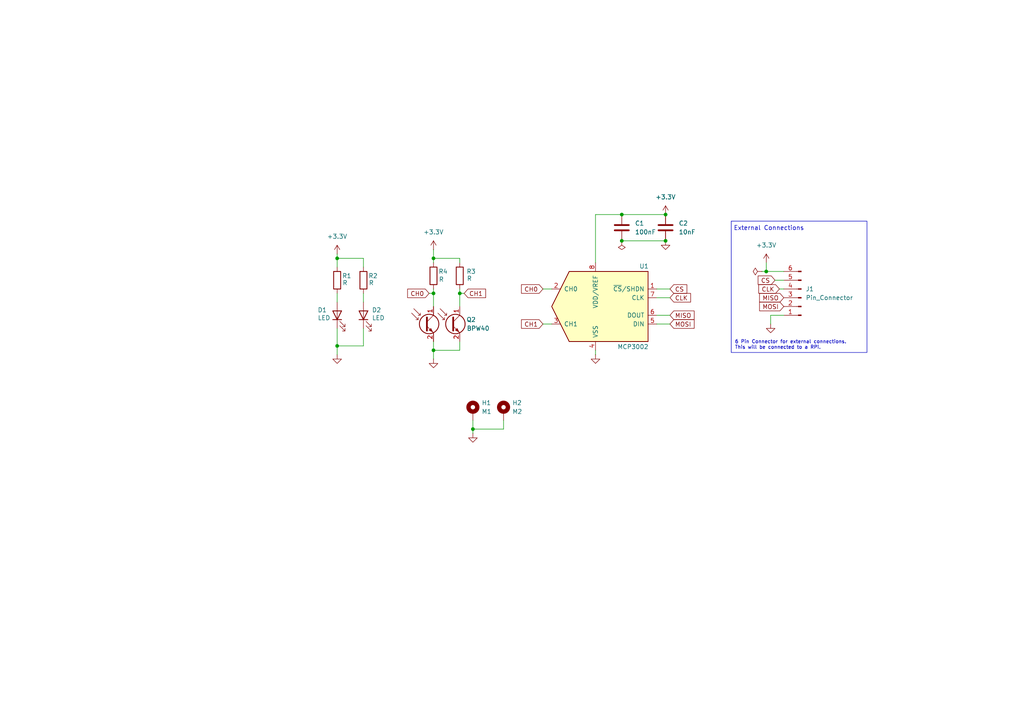
<source format=kicad_sch>
(kicad_sch
	(version 20231120)
	(generator "eeschema")
	(generator_version "8.0")
	(uuid "ee4bb141-42cd-4f29-afe2-345915c99666")
	(paper "A4")
	(lib_symbols
		(symbol "Analog_ADC:MCP3002"
			(pin_names
				(offset 1.016)
			)
			(exclude_from_sim no)
			(in_bom yes)
			(on_board yes)
			(property "Reference" "U"
				(at -6.35 11.43 0)
				(effects
					(font
						(size 1.27 1.27)
					)
				)
			)
			(property "Value" "MCP3002"
				(at 11.43 11.43 0)
				(effects
					(font
						(size 1.27 1.27)
					)
				)
			)
			(property "Footprint" ""
				(at 0 -2.54 0)
				(effects
					(font
						(size 1.27 1.27)
					)
					(hide yes)
				)
			)
			(property "Datasheet" "http://ww1.microchip.com/downloads/en/DeviceDoc/21294E.pdf"
				(at 0 5.08 0)
				(effects
					(font
						(size 1.27 1.27)
					)
					(hide yes)
				)
			)
			(property "Description" "Dual Channel 10-Bit A/D Converter with SPI Serial Interface"
				(at 0 0 0)
				(effects
					(font
						(size 1.27 1.27)
					)
					(hide yes)
				)
			)
			(property "ki_keywords" "Dual Channel 10-Bit ADC SPI 2CH"
				(at 0 0 0)
				(effects
					(font
						(size 1.27 1.27)
					)
					(hide yes)
				)
			)
			(property "ki_fp_filters" "DIP*W7.62mm** SOIC*3.9x4.9mm*P1.27mm* TSSOP*3x3mm*P0.65mm* MSOP*3x3mm*P0.65mm*"
				(at 0 0 0)
				(effects
					(font
						(size 1.27 1.27)
					)
					(hide yes)
				)
			)
			(symbol "MCP3002_0_1"
				(polyline
					(pts
						(xy 15.24 10.16) (xy -7.62 10.16) (xy -12.7 0) (xy -7.62 -10.16) (xy 15.24 -10.16) (xy 15.24 10.16)
					)
					(stroke
						(width 0.254)
						(type default)
					)
					(fill
						(type background)
					)
				)
			)
			(symbol "MCP3002_1_1"
				(pin input line
					(at 17.78 5.08 180)
					(length 2.54)
					(name "~{CS}/SHDN"
						(effects
							(font
								(size 1.27 1.27)
							)
						)
					)
					(number "1"
						(effects
							(font
								(size 1.27 1.27)
							)
						)
					)
				)
				(pin passive line
					(at -12.7 5.08 0)
					(length 2.54)
					(name "CH0"
						(effects
							(font
								(size 1.27 1.27)
							)
						)
					)
					(number "2"
						(effects
							(font
								(size 1.27 1.27)
							)
						)
					)
				)
				(pin passive line
					(at -12.7 -5.08 0)
					(length 2.54)
					(name "CH1"
						(effects
							(font
								(size 1.27 1.27)
							)
						)
					)
					(number "3"
						(effects
							(font
								(size 1.27 1.27)
							)
						)
					)
				)
				(pin power_in line
					(at 0 -12.7 90)
					(length 2.54)
					(name "VSS"
						(effects
							(font
								(size 1.27 1.27)
							)
						)
					)
					(number "4"
						(effects
							(font
								(size 1.27 1.27)
							)
						)
					)
				)
				(pin input line
					(at 17.78 -5.08 180)
					(length 2.54)
					(name "DIN"
						(effects
							(font
								(size 1.27 1.27)
							)
						)
					)
					(number "5"
						(effects
							(font
								(size 1.27 1.27)
							)
						)
					)
				)
				(pin output line
					(at 17.78 -2.54 180)
					(length 2.54)
					(name "DOUT"
						(effects
							(font
								(size 1.27 1.27)
							)
						)
					)
					(number "6"
						(effects
							(font
								(size 1.27 1.27)
							)
						)
					)
				)
				(pin input line
					(at 17.78 2.54 180)
					(length 2.54)
					(name "CLK"
						(effects
							(font
								(size 1.27 1.27)
							)
						)
					)
					(number "7"
						(effects
							(font
								(size 1.27 1.27)
							)
						)
					)
				)
				(pin power_in line
					(at 0 12.7 270)
					(length 2.54)
					(name "VDD/VREF"
						(effects
							(font
								(size 1.27 1.27)
							)
						)
					)
					(number "8"
						(effects
							(font
								(size 1.27 1.27)
							)
						)
					)
				)
			)
		)
		(symbol "Connector:Conn_01x06_Pin"
			(pin_names
				(offset 1.016) hide)
			(exclude_from_sim no)
			(in_bom yes)
			(on_board yes)
			(property "Reference" "J"
				(at 0 7.62 0)
				(effects
					(font
						(size 1.27 1.27)
					)
				)
			)
			(property "Value" "Conn_01x06_Pin"
				(at 0 -10.16 0)
				(effects
					(font
						(size 1.27 1.27)
					)
				)
			)
			(property "Footprint" ""
				(at 0 0 0)
				(effects
					(font
						(size 1.27 1.27)
					)
					(hide yes)
				)
			)
			(property "Datasheet" "~"
				(at 0 0 0)
				(effects
					(font
						(size 1.27 1.27)
					)
					(hide yes)
				)
			)
			(property "Description" "Generic connector, single row, 01x06, script generated"
				(at 0 0 0)
				(effects
					(font
						(size 1.27 1.27)
					)
					(hide yes)
				)
			)
			(property "ki_locked" ""
				(at 0 0 0)
				(effects
					(font
						(size 1.27 1.27)
					)
				)
			)
			(property "ki_keywords" "connector"
				(at 0 0 0)
				(effects
					(font
						(size 1.27 1.27)
					)
					(hide yes)
				)
			)
			(property "ki_fp_filters" "Connector*:*_1x??_*"
				(at 0 0 0)
				(effects
					(font
						(size 1.27 1.27)
					)
					(hide yes)
				)
			)
			(symbol "Conn_01x06_Pin_1_1"
				(polyline
					(pts
						(xy 1.27 -7.62) (xy 0.8636 -7.62)
					)
					(stroke
						(width 0.1524)
						(type default)
					)
					(fill
						(type none)
					)
				)
				(polyline
					(pts
						(xy 1.27 -5.08) (xy 0.8636 -5.08)
					)
					(stroke
						(width 0.1524)
						(type default)
					)
					(fill
						(type none)
					)
				)
				(polyline
					(pts
						(xy 1.27 -2.54) (xy 0.8636 -2.54)
					)
					(stroke
						(width 0.1524)
						(type default)
					)
					(fill
						(type none)
					)
				)
				(polyline
					(pts
						(xy 1.27 0) (xy 0.8636 0)
					)
					(stroke
						(width 0.1524)
						(type default)
					)
					(fill
						(type none)
					)
				)
				(polyline
					(pts
						(xy 1.27 2.54) (xy 0.8636 2.54)
					)
					(stroke
						(width 0.1524)
						(type default)
					)
					(fill
						(type none)
					)
				)
				(polyline
					(pts
						(xy 1.27 5.08) (xy 0.8636 5.08)
					)
					(stroke
						(width 0.1524)
						(type default)
					)
					(fill
						(type none)
					)
				)
				(rectangle
					(start 0.8636 -7.493)
					(end 0 -7.747)
					(stroke
						(width 0.1524)
						(type default)
					)
					(fill
						(type outline)
					)
				)
				(rectangle
					(start 0.8636 -4.953)
					(end 0 -5.207)
					(stroke
						(width 0.1524)
						(type default)
					)
					(fill
						(type outline)
					)
				)
				(rectangle
					(start 0.8636 -2.413)
					(end 0 -2.667)
					(stroke
						(width 0.1524)
						(type default)
					)
					(fill
						(type outline)
					)
				)
				(rectangle
					(start 0.8636 0.127)
					(end 0 -0.127)
					(stroke
						(width 0.1524)
						(type default)
					)
					(fill
						(type outline)
					)
				)
				(rectangle
					(start 0.8636 2.667)
					(end 0 2.413)
					(stroke
						(width 0.1524)
						(type default)
					)
					(fill
						(type outline)
					)
				)
				(rectangle
					(start 0.8636 5.207)
					(end 0 4.953)
					(stroke
						(width 0.1524)
						(type default)
					)
					(fill
						(type outline)
					)
				)
				(pin passive line
					(at 5.08 5.08 180)
					(length 3.81)
					(name "Pin_1"
						(effects
							(font
								(size 1.27 1.27)
							)
						)
					)
					(number "1"
						(effects
							(font
								(size 1.27 1.27)
							)
						)
					)
				)
				(pin passive line
					(at 5.08 2.54 180)
					(length 3.81)
					(name "Pin_2"
						(effects
							(font
								(size 1.27 1.27)
							)
						)
					)
					(number "2"
						(effects
							(font
								(size 1.27 1.27)
							)
						)
					)
				)
				(pin passive line
					(at 5.08 0 180)
					(length 3.81)
					(name "Pin_3"
						(effects
							(font
								(size 1.27 1.27)
							)
						)
					)
					(number "3"
						(effects
							(font
								(size 1.27 1.27)
							)
						)
					)
				)
				(pin passive line
					(at 5.08 -2.54 180)
					(length 3.81)
					(name "Pin_4"
						(effects
							(font
								(size 1.27 1.27)
							)
						)
					)
					(number "4"
						(effects
							(font
								(size 1.27 1.27)
							)
						)
					)
				)
				(pin passive line
					(at 5.08 -5.08 180)
					(length 3.81)
					(name "Pin_5"
						(effects
							(font
								(size 1.27 1.27)
							)
						)
					)
					(number "5"
						(effects
							(font
								(size 1.27 1.27)
							)
						)
					)
				)
				(pin passive line
					(at 5.08 -7.62 180)
					(length 3.81)
					(name "Pin_6"
						(effects
							(font
								(size 1.27 1.27)
							)
						)
					)
					(number "6"
						(effects
							(font
								(size 1.27 1.27)
							)
						)
					)
				)
			)
		)
		(symbol "Device:C"
			(pin_numbers hide)
			(pin_names
				(offset 0.254)
			)
			(exclude_from_sim no)
			(in_bom yes)
			(on_board yes)
			(property "Reference" "C"
				(at 0.635 2.54 0)
				(effects
					(font
						(size 1.27 1.27)
					)
					(justify left)
				)
			)
			(property "Value" "C"
				(at 0.635 -2.54 0)
				(effects
					(font
						(size 1.27 1.27)
					)
					(justify left)
				)
			)
			(property "Footprint" ""
				(at 0.9652 -3.81 0)
				(effects
					(font
						(size 1.27 1.27)
					)
					(hide yes)
				)
			)
			(property "Datasheet" "~"
				(at 0 0 0)
				(effects
					(font
						(size 1.27 1.27)
					)
					(hide yes)
				)
			)
			(property "Description" "Unpolarized capacitor"
				(at 0 0 0)
				(effects
					(font
						(size 1.27 1.27)
					)
					(hide yes)
				)
			)
			(property "ki_keywords" "cap capacitor"
				(at 0 0 0)
				(effects
					(font
						(size 1.27 1.27)
					)
					(hide yes)
				)
			)
			(property "ki_fp_filters" "C_*"
				(at 0 0 0)
				(effects
					(font
						(size 1.27 1.27)
					)
					(hide yes)
				)
			)
			(symbol "C_0_1"
				(polyline
					(pts
						(xy -2.032 -0.762) (xy 2.032 -0.762)
					)
					(stroke
						(width 0.508)
						(type default)
					)
					(fill
						(type none)
					)
				)
				(polyline
					(pts
						(xy -2.032 0.762) (xy 2.032 0.762)
					)
					(stroke
						(width 0.508)
						(type default)
					)
					(fill
						(type none)
					)
				)
			)
			(symbol "C_1_1"
				(pin passive line
					(at 0 3.81 270)
					(length 2.794)
					(name "~"
						(effects
							(font
								(size 1.27 1.27)
							)
						)
					)
					(number "1"
						(effects
							(font
								(size 1.27 1.27)
							)
						)
					)
				)
				(pin passive line
					(at 0 -3.81 90)
					(length 2.794)
					(name "~"
						(effects
							(font
								(size 1.27 1.27)
							)
						)
					)
					(number "2"
						(effects
							(font
								(size 1.27 1.27)
							)
						)
					)
				)
			)
		)
		(symbol "Device:LED"
			(pin_numbers hide)
			(pin_names
				(offset 1.016) hide)
			(exclude_from_sim no)
			(in_bom yes)
			(on_board yes)
			(property "Reference" "D"
				(at 0 2.54 0)
				(effects
					(font
						(size 1.27 1.27)
					)
				)
			)
			(property "Value" "LED"
				(at 0 -2.54 0)
				(effects
					(font
						(size 1.27 1.27)
					)
				)
			)
			(property "Footprint" ""
				(at 0 0 0)
				(effects
					(font
						(size 1.27 1.27)
					)
					(hide yes)
				)
			)
			(property "Datasheet" "~"
				(at 0 0 0)
				(effects
					(font
						(size 1.27 1.27)
					)
					(hide yes)
				)
			)
			(property "Description" "Light emitting diode"
				(at 0 0 0)
				(effects
					(font
						(size 1.27 1.27)
					)
					(hide yes)
				)
			)
			(property "ki_keywords" "LED diode"
				(at 0 0 0)
				(effects
					(font
						(size 1.27 1.27)
					)
					(hide yes)
				)
			)
			(property "ki_fp_filters" "LED* LED_SMD:* LED_THT:*"
				(at 0 0 0)
				(effects
					(font
						(size 1.27 1.27)
					)
					(hide yes)
				)
			)
			(symbol "LED_0_1"
				(polyline
					(pts
						(xy -1.27 -1.27) (xy -1.27 1.27)
					)
					(stroke
						(width 0.254)
						(type default)
					)
					(fill
						(type none)
					)
				)
				(polyline
					(pts
						(xy -1.27 0) (xy 1.27 0)
					)
					(stroke
						(width 0)
						(type default)
					)
					(fill
						(type none)
					)
				)
				(polyline
					(pts
						(xy 1.27 -1.27) (xy 1.27 1.27) (xy -1.27 0) (xy 1.27 -1.27)
					)
					(stroke
						(width 0.254)
						(type default)
					)
					(fill
						(type none)
					)
				)
				(polyline
					(pts
						(xy -3.048 -0.762) (xy -4.572 -2.286) (xy -3.81 -2.286) (xy -4.572 -2.286) (xy -4.572 -1.524)
					)
					(stroke
						(width 0)
						(type default)
					)
					(fill
						(type none)
					)
				)
				(polyline
					(pts
						(xy -1.778 -0.762) (xy -3.302 -2.286) (xy -2.54 -2.286) (xy -3.302 -2.286) (xy -3.302 -1.524)
					)
					(stroke
						(width 0)
						(type default)
					)
					(fill
						(type none)
					)
				)
			)
			(symbol "LED_1_1"
				(pin passive line
					(at -3.81 0 0)
					(length 2.54)
					(name "K"
						(effects
							(font
								(size 1.27 1.27)
							)
						)
					)
					(number "1"
						(effects
							(font
								(size 1.27 1.27)
							)
						)
					)
				)
				(pin passive line
					(at 3.81 0 180)
					(length 2.54)
					(name "A"
						(effects
							(font
								(size 1.27 1.27)
							)
						)
					)
					(number "2"
						(effects
							(font
								(size 1.27 1.27)
							)
						)
					)
				)
			)
		)
		(symbol "Device:R"
			(pin_numbers hide)
			(pin_names
				(offset 0)
			)
			(exclude_from_sim no)
			(in_bom yes)
			(on_board yes)
			(property "Reference" "R"
				(at 2.032 0 90)
				(effects
					(font
						(size 1.27 1.27)
					)
				)
			)
			(property "Value" "R"
				(at 0 0 90)
				(effects
					(font
						(size 1.27 1.27)
					)
				)
			)
			(property "Footprint" ""
				(at -1.778 0 90)
				(effects
					(font
						(size 1.27 1.27)
					)
					(hide yes)
				)
			)
			(property "Datasheet" "~"
				(at 0 0 0)
				(effects
					(font
						(size 1.27 1.27)
					)
					(hide yes)
				)
			)
			(property "Description" "Resistor"
				(at 0 0 0)
				(effects
					(font
						(size 1.27 1.27)
					)
					(hide yes)
				)
			)
			(property "ki_keywords" "R res resistor"
				(at 0 0 0)
				(effects
					(font
						(size 1.27 1.27)
					)
					(hide yes)
				)
			)
			(property "ki_fp_filters" "R_*"
				(at 0 0 0)
				(effects
					(font
						(size 1.27 1.27)
					)
					(hide yes)
				)
			)
			(symbol "R_0_1"
				(rectangle
					(start -1.016 -2.54)
					(end 1.016 2.54)
					(stroke
						(width 0.254)
						(type default)
					)
					(fill
						(type none)
					)
				)
			)
			(symbol "R_1_1"
				(pin passive line
					(at 0 3.81 270)
					(length 1.27)
					(name "~"
						(effects
							(font
								(size 1.27 1.27)
							)
						)
					)
					(number "1"
						(effects
							(font
								(size 1.27 1.27)
							)
						)
					)
				)
				(pin passive line
					(at 0 -3.81 90)
					(length 1.27)
					(name "~"
						(effects
							(font
								(size 1.27 1.27)
							)
						)
					)
					(number "2"
						(effects
							(font
								(size 1.27 1.27)
							)
						)
					)
				)
			)
		)
		(symbol "Mechanical:MountingHole_Pad"
			(pin_numbers hide)
			(pin_names
				(offset 1.016) hide)
			(exclude_from_sim yes)
			(in_bom no)
			(on_board yes)
			(property "Reference" "H"
				(at 0 6.35 0)
				(effects
					(font
						(size 1.27 1.27)
					)
				)
			)
			(property "Value" "MountingHole_Pad"
				(at 0 4.445 0)
				(effects
					(font
						(size 1.27 1.27)
					)
				)
			)
			(property "Footprint" ""
				(at 0 0 0)
				(effects
					(font
						(size 1.27 1.27)
					)
					(hide yes)
				)
			)
			(property "Datasheet" "~"
				(at 0 0 0)
				(effects
					(font
						(size 1.27 1.27)
					)
					(hide yes)
				)
			)
			(property "Description" "Mounting Hole with connection"
				(at 0 0 0)
				(effects
					(font
						(size 1.27 1.27)
					)
					(hide yes)
				)
			)
			(property "ki_keywords" "mounting hole"
				(at 0 0 0)
				(effects
					(font
						(size 1.27 1.27)
					)
					(hide yes)
				)
			)
			(property "ki_fp_filters" "MountingHole*Pad*"
				(at 0 0 0)
				(effects
					(font
						(size 1.27 1.27)
					)
					(hide yes)
				)
			)
			(symbol "MountingHole_Pad_0_1"
				(circle
					(center 0 1.27)
					(radius 1.27)
					(stroke
						(width 1.27)
						(type default)
					)
					(fill
						(type none)
					)
				)
			)
			(symbol "MountingHole_Pad_1_1"
				(pin input line
					(at 0 -2.54 90)
					(length 2.54)
					(name "1"
						(effects
							(font
								(size 1.27 1.27)
							)
						)
					)
					(number "1"
						(effects
							(font
								(size 1.27 1.27)
							)
						)
					)
				)
			)
		)
		(symbol "Sensor_Optical:BPW40"
			(pin_names
				(offset 0) hide)
			(exclude_from_sim no)
			(in_bom yes)
			(on_board yes)
			(property "Reference" "Q"
				(at 5.08 1.27 0)
				(effects
					(font
						(size 1.27 1.27)
					)
					(justify left)
				)
			)
			(property "Value" "BPW40"
				(at 5.08 -1.27 0)
				(effects
					(font
						(size 1.27 1.27)
					)
					(justify left)
				)
			)
			(property "Footprint" "LED_THT:LED_D5.0mm_Clear"
				(at 12.192 -3.556 0)
				(effects
					(font
						(size 1.27 1.27)
					)
					(hide yes)
				)
			)
			(property "Datasheet" "https://www.rcscomponents.kiev.ua/datasheets/bpw40.pdf"
				(at 0 0 0)
				(effects
					(font
						(size 1.27 1.27)
					)
					(hide yes)
				)
			)
			(property "Description" "Phototransistor NPN"
				(at 0 0 0)
				(effects
					(font
						(size 1.27 1.27)
					)
					(hide yes)
				)
			)
			(property "ki_keywords" "npn phototransistor"
				(at 0 0 0)
				(effects
					(font
						(size 1.27 1.27)
					)
					(hide yes)
				)
			)
			(property "ki_fp_filters" "LED*D5.0mm*Clear*"
				(at 0 0 0)
				(effects
					(font
						(size 1.27 1.27)
					)
					(hide yes)
				)
			)
			(symbol "BPW40_0_1"
				(polyline
					(pts
						(xy -1.905 1.27) (xy -2.54 1.27)
					)
					(stroke
						(width 0)
						(type default)
					)
					(fill
						(type none)
					)
				)
				(polyline
					(pts
						(xy -1.27 2.54) (xy -1.905 2.54)
					)
					(stroke
						(width 0)
						(type default)
					)
					(fill
						(type none)
					)
				)
				(polyline
					(pts
						(xy 0.635 0.635) (xy 2.54 2.54)
					)
					(stroke
						(width 0)
						(type default)
					)
					(fill
						(type none)
					)
				)
				(polyline
					(pts
						(xy -3.81 3.175) (xy -1.905 1.27) (xy -1.905 1.905)
					)
					(stroke
						(width 0)
						(type default)
					)
					(fill
						(type none)
					)
				)
				(polyline
					(pts
						(xy -3.175 4.445) (xy -1.27 2.54) (xy -1.27 3.175)
					)
					(stroke
						(width 0)
						(type default)
					)
					(fill
						(type none)
					)
				)
				(polyline
					(pts
						(xy 0.635 -0.635) (xy 2.54 -2.54) (xy 2.54 -2.54)
					)
					(stroke
						(width 0)
						(type default)
					)
					(fill
						(type none)
					)
				)
				(polyline
					(pts
						(xy 0.635 1.905) (xy 0.635 -1.905) (xy 0.635 -1.905)
					)
					(stroke
						(width 0.508)
						(type default)
					)
					(fill
						(type none)
					)
				)
				(polyline
					(pts
						(xy 1.27 -1.778) (xy 1.778 -1.27) (xy 2.286 -2.286) (xy 1.27 -1.778) (xy 1.27 -1.778)
					)
					(stroke
						(width 0)
						(type default)
					)
					(fill
						(type outline)
					)
				)
				(circle
					(center 1.27 0)
					(radius 2.8194)
					(stroke
						(width 0.254)
						(type default)
					)
					(fill
						(type none)
					)
				)
			)
			(symbol "BPW40_1_1"
				(pin passive line
					(at 2.54 5.08 270)
					(length 2.54)
					(name "C"
						(effects
							(font
								(size 1.27 1.27)
							)
						)
					)
					(number "1"
						(effects
							(font
								(size 1.27 1.27)
							)
						)
					)
				)
				(pin passive line
					(at 2.54 -5.08 90)
					(length 2.54)
					(name "E"
						(effects
							(font
								(size 1.27 1.27)
							)
						)
					)
					(number "2"
						(effects
							(font
								(size 1.27 1.27)
							)
						)
					)
				)
			)
		)
		(symbol "power:+3.3V"
			(power)
			(pin_numbers hide)
			(pin_names
				(offset 0) hide)
			(exclude_from_sim no)
			(in_bom yes)
			(on_board yes)
			(property "Reference" "#PWR"
				(at 0 -3.81 0)
				(effects
					(font
						(size 1.27 1.27)
					)
					(hide yes)
				)
			)
			(property "Value" "+3.3V"
				(at 0 3.556 0)
				(effects
					(font
						(size 1.27 1.27)
					)
				)
			)
			(property "Footprint" ""
				(at 0 0 0)
				(effects
					(font
						(size 1.27 1.27)
					)
					(hide yes)
				)
			)
			(property "Datasheet" ""
				(at 0 0 0)
				(effects
					(font
						(size 1.27 1.27)
					)
					(hide yes)
				)
			)
			(property "Description" "Power symbol creates a global label with name \"+3.3V\""
				(at 0 0 0)
				(effects
					(font
						(size 1.27 1.27)
					)
					(hide yes)
				)
			)
			(property "ki_keywords" "global power"
				(at 0 0 0)
				(effects
					(font
						(size 1.27 1.27)
					)
					(hide yes)
				)
			)
			(symbol "+3.3V_0_1"
				(polyline
					(pts
						(xy -0.762 1.27) (xy 0 2.54)
					)
					(stroke
						(width 0)
						(type default)
					)
					(fill
						(type none)
					)
				)
				(polyline
					(pts
						(xy 0 0) (xy 0 2.54)
					)
					(stroke
						(width 0)
						(type default)
					)
					(fill
						(type none)
					)
				)
				(polyline
					(pts
						(xy 0 2.54) (xy 0.762 1.27)
					)
					(stroke
						(width 0)
						(type default)
					)
					(fill
						(type none)
					)
				)
			)
			(symbol "+3.3V_1_1"
				(pin power_in line
					(at 0 0 90)
					(length 0)
					(name "~"
						(effects
							(font
								(size 1.27 1.27)
							)
						)
					)
					(number "1"
						(effects
							(font
								(size 1.27 1.27)
							)
						)
					)
				)
			)
		)
		(symbol "power:GND"
			(power)
			(pin_numbers hide)
			(pin_names
				(offset 0) hide)
			(exclude_from_sim no)
			(in_bom yes)
			(on_board yes)
			(property "Reference" "#PWR"
				(at 0 -6.35 0)
				(effects
					(font
						(size 1.27 1.27)
					)
					(hide yes)
				)
			)
			(property "Value" "GND"
				(at 0 -3.81 0)
				(effects
					(font
						(size 1.27 1.27)
					)
				)
			)
			(property "Footprint" ""
				(at 0 0 0)
				(effects
					(font
						(size 1.27 1.27)
					)
					(hide yes)
				)
			)
			(property "Datasheet" ""
				(at 0 0 0)
				(effects
					(font
						(size 1.27 1.27)
					)
					(hide yes)
				)
			)
			(property "Description" "Power symbol creates a global label with name \"GND\" , ground"
				(at 0 0 0)
				(effects
					(font
						(size 1.27 1.27)
					)
					(hide yes)
				)
			)
			(property "ki_keywords" "global power"
				(at 0 0 0)
				(effects
					(font
						(size 1.27 1.27)
					)
					(hide yes)
				)
			)
			(symbol "GND_0_1"
				(polyline
					(pts
						(xy 0 0) (xy 0 -1.27) (xy 1.27 -1.27) (xy 0 -2.54) (xy -1.27 -1.27) (xy 0 -1.27)
					)
					(stroke
						(width 0)
						(type default)
					)
					(fill
						(type none)
					)
				)
			)
			(symbol "GND_1_1"
				(pin power_in line
					(at 0 0 270)
					(length 0)
					(name "~"
						(effects
							(font
								(size 1.27 1.27)
							)
						)
					)
					(number "1"
						(effects
							(font
								(size 1.27 1.27)
							)
						)
					)
				)
			)
		)
		(symbol "power:PWR_FLAG"
			(power)
			(pin_numbers hide)
			(pin_names
				(offset 0) hide)
			(exclude_from_sim no)
			(in_bom yes)
			(on_board yes)
			(property "Reference" "#FLG"
				(at 0 1.905 0)
				(effects
					(font
						(size 1.27 1.27)
					)
					(hide yes)
				)
			)
			(property "Value" "PWR_FLAG"
				(at 0 3.81 0)
				(effects
					(font
						(size 1.27 1.27)
					)
				)
			)
			(property "Footprint" ""
				(at 0 0 0)
				(effects
					(font
						(size 1.27 1.27)
					)
					(hide yes)
				)
			)
			(property "Datasheet" "~"
				(at 0 0 0)
				(effects
					(font
						(size 1.27 1.27)
					)
					(hide yes)
				)
			)
			(property "Description" "Special symbol for telling ERC where power comes from"
				(at 0 0 0)
				(effects
					(font
						(size 1.27 1.27)
					)
					(hide yes)
				)
			)
			(property "ki_keywords" "flag power"
				(at 0 0 0)
				(effects
					(font
						(size 1.27 1.27)
					)
					(hide yes)
				)
			)
			(symbol "PWR_FLAG_0_0"
				(pin power_out line
					(at 0 0 90)
					(length 0)
					(name "~"
						(effects
							(font
								(size 1.27 1.27)
							)
						)
					)
					(number "1"
						(effects
							(font
								(size 1.27 1.27)
							)
						)
					)
				)
			)
			(symbol "PWR_FLAG_0_1"
				(polyline
					(pts
						(xy 0 0) (xy 0 1.27) (xy -1.016 1.905) (xy 0 2.54) (xy 1.016 1.905) (xy 0 1.27)
					)
					(stroke
						(width 0)
						(type default)
					)
					(fill
						(type none)
					)
				)
			)
		)
	)
	(junction
		(at 97.79 74.93)
		(diameter 0)
		(color 0 0 0 0)
		(uuid "014c599d-2121-443a-9159-bc8e725ed2cf")
	)
	(junction
		(at 193.04 62.23)
		(diameter 0)
		(color 0 0 0 0)
		(uuid "029a22ed-d463-4c9d-b92f-2bd809e64dd2")
	)
	(junction
		(at 222.25 78.74)
		(diameter 0)
		(color 0 0 0 0)
		(uuid "044e2936-b5b9-4f19-9dcc-b4a962b434d8")
	)
	(junction
		(at 125.73 85.09)
		(diameter 0)
		(color 0 0 0 0)
		(uuid "1085c01f-d083-401d-bb03-3352f95b1782")
	)
	(junction
		(at 137.16 124.46)
		(diameter 0)
		(color 0 0 0 0)
		(uuid "2b4295f2-f9cf-40c7-ba61-eeb1c98937d8")
	)
	(junction
		(at 180.34 62.23)
		(diameter 0)
		(color 0 0 0 0)
		(uuid "2ea18925-6a16-42df-b13a-a53ffaf54b73")
	)
	(junction
		(at 125.73 101.6)
		(diameter 0)
		(color 0 0 0 0)
		(uuid "6a390134-9e80-4972-b857-672213adc8b1")
	)
	(junction
		(at 133.35 85.09)
		(diameter 0)
		(color 0 0 0 0)
		(uuid "743b9d2b-a5e3-4581-825e-9bdfff3fbb27")
	)
	(junction
		(at 97.79 100.33)
		(diameter 0)
		(color 0 0 0 0)
		(uuid "e3c7dcd6-c066-4034-9d32-e3a7375e2e85")
	)
	(junction
		(at 125.73 74.93)
		(diameter 0)
		(color 0 0 0 0)
		(uuid "f18f1c29-d808-48d7-a046-5259bd2a572e")
	)
	(junction
		(at 193.04 69.85)
		(diameter 0)
		(color 0 0 0 0)
		(uuid "f4a1d9a3-5704-4dcc-910e-d8a582fb013e")
	)
	(junction
		(at 180.34 69.85)
		(diameter 0)
		(color 0 0 0 0)
		(uuid "f68c19d0-d82b-4879-a6e4-dc6fe079a53f")
	)
	(wire
		(pts
			(xy 146.05 121.92) (xy 146.05 124.46)
		)
		(stroke
			(width 0)
			(type default)
		)
		(uuid "016563b9-8552-447c-9c7d-a7a091a98261")
	)
	(wire
		(pts
			(xy 172.72 62.23) (xy 172.72 76.2)
		)
		(stroke
			(width 0)
			(type default)
		)
		(uuid "01db4043-979c-42de-ad7c-b1cd32714993")
	)
	(wire
		(pts
			(xy 105.41 100.33) (xy 97.79 100.33)
		)
		(stroke
			(width 0)
			(type default)
		)
		(uuid "09bb3790-e376-4131-9bf5-0acdb84269e2")
	)
	(wire
		(pts
			(xy 223.52 91.44) (xy 227.33 91.44)
		)
		(stroke
			(width 0)
			(type default)
		)
		(uuid "0aad9e8d-88f5-41df-88aa-1047aeca0d16")
	)
	(wire
		(pts
			(xy 133.35 76.2) (xy 133.35 74.93)
		)
		(stroke
			(width 0)
			(type default)
		)
		(uuid "0c778a60-916c-4e69-84e3-46f677e43876")
	)
	(wire
		(pts
			(xy 222.25 76.2) (xy 222.25 78.74)
		)
		(stroke
			(width 0)
			(type default)
		)
		(uuid "0c999e06-866e-4bb8-9b20-2571ca3a919e")
	)
	(wire
		(pts
			(xy 133.35 85.09) (xy 133.35 88.9)
		)
		(stroke
			(width 0)
			(type default)
		)
		(uuid "13ecd00a-21b5-442a-bd85-9861fa70ad92")
	)
	(wire
		(pts
			(xy 125.73 85.09) (xy 125.73 88.9)
		)
		(stroke
			(width 0)
			(type default)
		)
		(uuid "1624559b-30cd-4718-88c7-421690618e89")
	)
	(wire
		(pts
			(xy 133.35 74.93) (xy 125.73 74.93)
		)
		(stroke
			(width 0)
			(type default)
		)
		(uuid "173e640a-d268-4016-ba11-511650d4a425")
	)
	(wire
		(pts
			(xy 190.5 91.44) (xy 194.31 91.44)
		)
		(stroke
			(width 0)
			(type default)
		)
		(uuid "1ce231a9-4533-49c6-bd3e-fd5539df6763")
	)
	(wire
		(pts
			(xy 180.34 62.23) (xy 193.04 62.23)
		)
		(stroke
			(width 0)
			(type default)
		)
		(uuid "245d17b6-13a8-4c06-a14c-c05ca4490317")
	)
	(wire
		(pts
			(xy 133.35 83.82) (xy 133.35 85.09)
		)
		(stroke
			(width 0)
			(type default)
		)
		(uuid "2906bdc2-658a-4536-a21a-08c9f97fc635")
	)
	(wire
		(pts
			(xy 133.35 101.6) (xy 125.73 101.6)
		)
		(stroke
			(width 0)
			(type default)
		)
		(uuid "2c16bd25-84db-41d3-bdb2-342506e416cb")
	)
	(wire
		(pts
			(xy 105.41 77.47) (xy 105.41 74.93)
		)
		(stroke
			(width 0)
			(type default)
		)
		(uuid "2c2d6900-2d92-4077-9c17-4fc628354fd6")
	)
	(wire
		(pts
			(xy 125.73 101.6) (xy 125.73 104.14)
		)
		(stroke
			(width 0)
			(type default)
		)
		(uuid "375e3200-4095-4471-acd4-7b7a7eee5ec8")
	)
	(wire
		(pts
			(xy 157.48 83.82) (xy 160.02 83.82)
		)
		(stroke
			(width 0)
			(type default)
		)
		(uuid "41345fd6-7d65-48d2-97dd-566e66f8e479")
	)
	(wire
		(pts
			(xy 146.05 124.46) (xy 137.16 124.46)
		)
		(stroke
			(width 0)
			(type default)
		)
		(uuid "41689475-f3ff-4015-a84e-1689349b90a1")
	)
	(wire
		(pts
			(xy 172.72 62.23) (xy 180.34 62.23)
		)
		(stroke
			(width 0)
			(type default)
		)
		(uuid "4184f77e-2949-44da-a0c8-e7713c6ea3e2")
	)
	(wire
		(pts
			(xy 105.41 74.93) (xy 97.79 74.93)
		)
		(stroke
			(width 0)
			(type default)
		)
		(uuid "46f287ce-bd72-4e5c-9145-adcf6b4a2ad8")
	)
	(wire
		(pts
			(xy 172.72 101.6) (xy 172.72 102.87)
		)
		(stroke
			(width 0)
			(type default)
		)
		(uuid "4b0318e3-e08f-4293-9e7f-7a331e22f005")
	)
	(wire
		(pts
			(xy 190.5 83.82) (xy 194.31 83.82)
		)
		(stroke
			(width 0)
			(type default)
		)
		(uuid "53af08a0-80b0-4771-bcdd-4e71ec8eb5c4")
	)
	(wire
		(pts
			(xy 124.46 85.09) (xy 125.73 85.09)
		)
		(stroke
			(width 0)
			(type default)
		)
		(uuid "54e9f5df-3424-480b-936d-c218d72af709")
	)
	(wire
		(pts
			(xy 97.79 74.93) (xy 97.79 77.47)
		)
		(stroke
			(width 0)
			(type default)
		)
		(uuid "59aaa9d0-be34-4314-accd-1d59beefd6b9")
	)
	(wire
		(pts
			(xy 105.41 100.33) (xy 105.41 95.25)
		)
		(stroke
			(width 0)
			(type default)
		)
		(uuid "5af806a1-6025-4cb5-a211-f2fb75af9dbf")
	)
	(wire
		(pts
			(xy 125.73 101.6) (xy 125.73 99.06)
		)
		(stroke
			(width 0)
			(type default)
		)
		(uuid "5c853260-1a0e-45fb-b8d4-b30128d203ff")
	)
	(wire
		(pts
			(xy 97.79 100.33) (xy 97.79 102.87)
		)
		(stroke
			(width 0)
			(type default)
		)
		(uuid "63c5c2fb-dfc7-4ab2-ad62-5a78667ba534")
	)
	(wire
		(pts
			(xy 190.5 93.98) (xy 194.31 93.98)
		)
		(stroke
			(width 0)
			(type default)
		)
		(uuid "67c1c61b-d9b1-43d8-9645-8ccc6dcd5e5e")
	)
	(wire
		(pts
			(xy 220.98 78.74) (xy 222.25 78.74)
		)
		(stroke
			(width 0)
			(type default)
		)
		(uuid "73cb6ca3-5fef-42f9-8ee6-307d9ec18bd3")
	)
	(wire
		(pts
			(xy 180.34 69.85) (xy 193.04 69.85)
		)
		(stroke
			(width 0)
			(type default)
		)
		(uuid "796c30a6-778d-4d31-b245-fcb74df3d4ed")
	)
	(wire
		(pts
			(xy 137.16 121.92) (xy 137.16 124.46)
		)
		(stroke
			(width 0)
			(type default)
		)
		(uuid "7b2ce8af-89b6-4bd0-8dc3-9bac99fa1a92")
	)
	(wire
		(pts
			(xy 137.16 124.46) (xy 137.16 125.73)
		)
		(stroke
			(width 0)
			(type default)
		)
		(uuid "825d248c-53f8-468a-a896-0cf7af510527")
	)
	(wire
		(pts
			(xy 224.79 81.28) (xy 227.33 81.28)
		)
		(stroke
			(width 0)
			(type default)
		)
		(uuid "83992e65-1b13-4c38-a0ad-63941eedc9ce")
	)
	(wire
		(pts
			(xy 226.06 83.82) (xy 227.33 83.82)
		)
		(stroke
			(width 0)
			(type default)
		)
		(uuid "95c388f3-fd78-4723-bd2d-268add83a628")
	)
	(wire
		(pts
			(xy 190.5 86.36) (xy 194.31 86.36)
		)
		(stroke
			(width 0)
			(type default)
		)
		(uuid "aa42f13f-172f-45ad-b7fd-fe7a2c389691")
	)
	(wire
		(pts
			(xy 133.35 99.06) (xy 133.35 101.6)
		)
		(stroke
			(width 0)
			(type default)
		)
		(uuid "b28c7a9c-16c3-46ed-b94b-3891c4c58188")
	)
	(wire
		(pts
			(xy 157.48 93.98) (xy 160.02 93.98)
		)
		(stroke
			(width 0)
			(type default)
		)
		(uuid "b3b81e7c-526b-4471-9510-151bbf4ecbf8")
	)
	(wire
		(pts
			(xy 125.73 72.39) (xy 125.73 74.93)
		)
		(stroke
			(width 0)
			(type default)
		)
		(uuid "b5e8cf4f-0a5f-48d4-a12c-dd0c581cba6c")
	)
	(wire
		(pts
			(xy 223.52 91.44) (xy 223.52 93.98)
		)
		(stroke
			(width 0)
			(type default)
		)
		(uuid "b74cb36a-fdd6-4cab-ad63-29f23556b5ee")
	)
	(wire
		(pts
			(xy 97.79 87.63) (xy 97.79 85.09)
		)
		(stroke
			(width 0)
			(type default)
		)
		(uuid "d9f7cfe3-71e7-4656-bdec-b6706b995ecc")
	)
	(wire
		(pts
			(xy 125.73 74.93) (xy 125.73 76.2)
		)
		(stroke
			(width 0)
			(type default)
		)
		(uuid "df83d78d-5843-4a0e-bd7e-67b1d4467998")
	)
	(wire
		(pts
			(xy 133.35 85.09) (xy 134.62 85.09)
		)
		(stroke
			(width 0)
			(type default)
		)
		(uuid "e4b29b53-f2ec-4e96-954f-38e8eac88c1c")
	)
	(wire
		(pts
			(xy 125.73 83.82) (xy 125.73 85.09)
		)
		(stroke
			(width 0)
			(type default)
		)
		(uuid "e6eb2be3-5a13-483e-a634-19d2e7612266")
	)
	(wire
		(pts
			(xy 105.41 87.63) (xy 105.41 85.09)
		)
		(stroke
			(width 0)
			(type default)
		)
		(uuid "e76426be-80f3-47db-98b5-f95e44199478")
	)
	(wire
		(pts
			(xy 97.79 73.66) (xy 97.79 74.93)
		)
		(stroke
			(width 0)
			(type default)
		)
		(uuid "f1d0d3b6-a2ca-4d17-b277-f9d5a62caf34")
	)
	(wire
		(pts
			(xy 97.79 100.33) (xy 97.79 95.25)
		)
		(stroke
			(width 0)
			(type default)
		)
		(uuid "f72b9f1b-2848-4e57-b5f7-ecec6035720d")
	)
	(wire
		(pts
			(xy 227.33 78.74) (xy 222.25 78.74)
		)
		(stroke
			(width 0)
			(type default)
		)
		(uuid "f8786985-8c8a-4c76-a1a1-9b9ca2af7bf4")
	)
	(rectangle
		(start 212.09 64.135)
		(end 251.46 102.235)
		(stroke
			(width 0)
			(type default)
		)
		(fill
			(type none)
		)
		(uuid 19b64db1-c666-4c27-a219-7b9916fd58ed)
	)
	(text "External Connections"
		(exclude_from_sim no)
		(at 223.012 66.294 0)
		(effects
			(font
				(size 1.27 1.27)
			)
		)
		(uuid "04372b5d-1c75-4f61-b902-17a2ce2126bd")
	)
	(text "6 Pin Connector for external connections. \nThis will be connected to a RPi."
		(exclude_from_sim no)
		(at 213.106 100.076 0)
		(effects
			(font
				(size 1 1)
			)
			(justify left)
		)
		(uuid "8401c8cb-bc34-4717-a23c-d22bbfeca016")
	)
	(global_label "CS"
		(shape input)
		(at 224.79 81.28 180)
		(fields_autoplaced yes)
		(effects
			(font
				(size 1.27 1.27)
			)
			(justify right)
		)
		(uuid "04af897f-5d42-44c8-9603-40018659a6b9")
		(property "Intersheetrefs" "${INTERSHEET_REFS}"
			(at 219.3253 81.28 0)
			(effects
				(font
					(size 1.27 1.27)
				)
				(justify right)
				(hide yes)
			)
		)
	)
	(global_label "CH0"
		(shape input)
		(at 124.46 85.09 180)
		(fields_autoplaced yes)
		(effects
			(font
				(size 1.27 1.27)
			)
			(justify right)
		)
		(uuid "0a427d58-0708-4555-a872-af52acd4569d")
		(property "Intersheetrefs" "${INTERSHEET_REFS}"
			(at 117.6648 85.09 0)
			(effects
				(font
					(size 1.27 1.27)
				)
				(justify right)
				(hide yes)
			)
		)
	)
	(global_label "CH0"
		(shape input)
		(at 157.48 83.82 180)
		(fields_autoplaced yes)
		(effects
			(font
				(size 1.27 1.27)
			)
			(justify right)
		)
		(uuid "2368863d-3e81-4fd0-b504-2c3387a279ca")
		(property "Intersheetrefs" "${INTERSHEET_REFS}"
			(at 150.6848 83.82 0)
			(effects
				(font
					(size 1.27 1.27)
				)
				(justify right)
				(hide yes)
			)
		)
	)
	(global_label "CH1"
		(shape input)
		(at 157.48 93.98 180)
		(fields_autoplaced yes)
		(effects
			(font
				(size 1.27 1.27)
			)
			(justify right)
		)
		(uuid "2a2cf7ca-a194-4ae6-be99-667595dc8f1e")
		(property "Intersheetrefs" "${INTERSHEET_REFS}"
			(at 150.6848 93.98 0)
			(effects
				(font
					(size 1.27 1.27)
				)
				(justify right)
				(hide yes)
			)
		)
	)
	(global_label "CLK"
		(shape input)
		(at 194.31 86.36 0)
		(fields_autoplaced yes)
		(effects
			(font
				(size 1.27 1.27)
			)
			(justify left)
		)
		(uuid "374c72b8-a8e8-45d8-9243-8f05c6a329ef")
		(property "Intersheetrefs" "${INTERSHEET_REFS}"
			(at 200.8633 86.36 0)
			(effects
				(font
					(size 1.27 1.27)
				)
				(justify left)
				(hide yes)
			)
		)
	)
	(global_label "MISO"
		(shape input)
		(at 227.33 86.36 180)
		(fields_autoplaced yes)
		(effects
			(font
				(size 1.27 1.27)
			)
			(justify right)
		)
		(uuid "6effb91d-2646-4a7f-b904-d1ac5e5d3910")
		(property "Intersheetrefs" "${INTERSHEET_REFS}"
			(at 219.7486 86.36 0)
			(effects
				(font
					(size 1.27 1.27)
				)
				(justify right)
				(hide yes)
			)
		)
	)
	(global_label "MISO"
		(shape input)
		(at 194.31 91.44 0)
		(fields_autoplaced yes)
		(effects
			(font
				(size 1.27 1.27)
			)
			(justify left)
		)
		(uuid "6ffd0c1e-a29d-4ee1-b27a-624132b4a405")
		(property "Intersheetrefs" "${INTERSHEET_REFS}"
			(at 201.8914 91.44 0)
			(effects
				(font
					(size 1.27 1.27)
				)
				(justify left)
				(hide yes)
			)
		)
	)
	(global_label "MOSI"
		(shape input)
		(at 194.31 93.98 0)
		(fields_autoplaced yes)
		(effects
			(font
				(size 1.27 1.27)
			)
			(justify left)
		)
		(uuid "8613113a-ff08-4e16-9e94-2619c861976c")
		(property "Intersheetrefs" "${INTERSHEET_REFS}"
			(at 201.8914 93.98 0)
			(effects
				(font
					(size 1.27 1.27)
				)
				(justify left)
				(hide yes)
			)
		)
	)
	(global_label "MOSI"
		(shape input)
		(at 227.33 88.9 180)
		(fields_autoplaced yes)
		(effects
			(font
				(size 1.27 1.27)
			)
			(justify right)
		)
		(uuid "863441cf-fc0e-4a46-b827-a5a9c99a8747")
		(property "Intersheetrefs" "${INTERSHEET_REFS}"
			(at 219.7486 88.9 0)
			(effects
				(font
					(size 1.27 1.27)
				)
				(justify right)
				(hide yes)
			)
		)
	)
	(global_label "CLK"
		(shape input)
		(at 226.06 83.82 180)
		(fields_autoplaced yes)
		(effects
			(font
				(size 1.27 1.27)
			)
			(justify right)
		)
		(uuid "a1b72df8-6149-4d19-ac55-30fbcc389b08")
		(property "Intersheetrefs" "${INTERSHEET_REFS}"
			(at 219.5067 83.82 0)
			(effects
				(font
					(size 1.27 1.27)
				)
				(justify right)
				(hide yes)
			)
		)
	)
	(global_label "CS"
		(shape input)
		(at 194.31 83.82 0)
		(fields_autoplaced yes)
		(effects
			(font
				(size 1.27 1.27)
			)
			(justify left)
		)
		(uuid "c5d76a3a-680d-4351-9297-86bb95156962")
		(property "Intersheetrefs" "${INTERSHEET_REFS}"
			(at 199.7747 83.82 0)
			(effects
				(font
					(size 1.27 1.27)
				)
				(justify left)
				(hide yes)
			)
		)
	)
	(global_label "CH1"
		(shape input)
		(at 134.62 85.09 0)
		(fields_autoplaced yes)
		(effects
			(font
				(size 1.27 1.27)
			)
			(justify left)
		)
		(uuid "d5c3c137-0333-4738-af8d-4b4553b6ae78")
		(property "Intersheetrefs" "${INTERSHEET_REFS}"
			(at 141.4152 85.09 0)
			(effects
				(font
					(size 1.27 1.27)
				)
				(justify left)
				(hide yes)
			)
		)
	)
	(symbol
		(lib_id "Mechanical:MountingHole_Pad")
		(at 137.16 119.38 0)
		(unit 1)
		(exclude_from_sim yes)
		(in_bom no)
		(on_board yes)
		(dnp no)
		(fields_autoplaced yes)
		(uuid "06e8af96-313a-4e55-8a1d-11ee3f6fafab")
		(property "Reference" "H1"
			(at 139.7 116.8399 0)
			(effects
				(font
					(size 1.27 1.27)
				)
				(justify left)
			)
		)
		(property "Value" "M1"
			(at 139.7 119.3799 0)
			(effects
				(font
					(size 1.27 1.27)
				)
				(justify left)
			)
		)
		(property "Footprint" "MountingHole:MountingHole_2.2mm_M2_Pad_Via"
			(at 137.16 119.38 0)
			(effects
				(font
					(size 1.27 1.27)
				)
				(hide yes)
			)
		)
		(property "Datasheet" "~"
			(at 137.16 119.38 0)
			(effects
				(font
					(size 1.27 1.27)
				)
				(hide yes)
			)
		)
		(property "Description" "Mounting Hole with connection"
			(at 137.16 119.38 0)
			(effects
				(font
					(size 1.27 1.27)
				)
				(hide yes)
			)
		)
		(pin "1"
			(uuid "894c06db-5ca6-46d6-a3af-97daf5b83bec")
		)
		(instances
			(project "sr ir sensor"
				(path "/ee4bb141-42cd-4f29-afe2-345915c99666"
					(reference "H1")
					(unit 1)
				)
			)
		)
	)
	(symbol
		(lib_id "power:GND")
		(at 97.79 102.87 0)
		(unit 1)
		(exclude_from_sim no)
		(in_bom yes)
		(on_board yes)
		(dnp no)
		(fields_autoplaced yes)
		(uuid "0d80cc2c-06c2-4e6c-b7fb-b867a85049e2")
		(property "Reference" "#PWR06"
			(at 97.79 109.22 0)
			(effects
				(font
					(size 1.27 1.27)
				)
				(hide yes)
			)
		)
		(property "Value" "GND"
			(at 97.79 107.95 0)
			(effects
				(font
					(size 1.27 1.27)
				)
				(hide yes)
			)
		)
		(property "Footprint" ""
			(at 97.79 102.87 0)
			(effects
				(font
					(size 1.27 1.27)
				)
				(hide yes)
			)
		)
		(property "Datasheet" ""
			(at 97.79 102.87 0)
			(effects
				(font
					(size 1.27 1.27)
				)
				(hide yes)
			)
		)
		(property "Description" "Power symbol creates a global label with name \"GND\" , ground"
			(at 97.79 102.87 0)
			(effects
				(font
					(size 1.27 1.27)
				)
				(hide yes)
			)
		)
		(pin "1"
			(uuid "4349f781-4d21-4c70-813f-b516251d274b")
		)
		(instances
			(project "sr ir sensor"
				(path "/ee4bb141-42cd-4f29-afe2-345915c99666"
					(reference "#PWR06")
					(unit 1)
				)
			)
		)
	)
	(symbol
		(lib_id "power:+3.3V")
		(at 97.79 73.66 0)
		(unit 1)
		(exclude_from_sim no)
		(in_bom yes)
		(on_board yes)
		(dnp no)
		(fields_autoplaced yes)
		(uuid "12849eda-def3-4ada-895c-5deee587d0f2")
		(property "Reference" "#PWR07"
			(at 97.79 77.47 0)
			(effects
				(font
					(size 1.27 1.27)
				)
				(hide yes)
			)
		)
		(property "Value" "+3.3V"
			(at 97.79 68.58 0)
			(effects
				(font
					(size 1.27 1.27)
				)
			)
		)
		(property "Footprint" ""
			(at 97.79 73.66 0)
			(effects
				(font
					(size 1.27 1.27)
				)
				(hide yes)
			)
		)
		(property "Datasheet" ""
			(at 97.79 73.66 0)
			(effects
				(font
					(size 1.27 1.27)
				)
				(hide yes)
			)
		)
		(property "Description" "Power symbol creates a global label with name \"+3.3V\""
			(at 97.79 73.66 0)
			(effects
				(font
					(size 1.27 1.27)
				)
				(hide yes)
			)
		)
		(pin "1"
			(uuid "72aee95b-496c-4f5e-a0aa-8335fc04d665")
		)
		(instances
			(project "sr ir sensor"
				(path "/ee4bb141-42cd-4f29-afe2-345915c99666"
					(reference "#PWR07")
					(unit 1)
				)
			)
		)
	)
	(symbol
		(lib_id "Device:C")
		(at 193.04 66.04 0)
		(unit 1)
		(exclude_from_sim no)
		(in_bom yes)
		(on_board yes)
		(dnp no)
		(fields_autoplaced yes)
		(uuid "1af95caa-530d-4c52-a828-debca34a6896")
		(property "Reference" "C2"
			(at 196.85 64.7699 0)
			(effects
				(font
					(size 1.27 1.27)
				)
				(justify left)
			)
		)
		(property "Value" "10nF"
			(at 196.85 67.3099 0)
			(effects
				(font
					(size 1.27 1.27)
				)
				(justify left)
			)
		)
		(property "Footprint" "Capacitor_SMD:C_0805_2012Metric_Pad1.18x1.45mm_HandSolder"
			(at 194.0052 69.85 0)
			(effects
				(font
					(size 1.27 1.27)
				)
				(hide yes)
			)
		)
		(property "Datasheet" "~"
			(at 193.04 66.04 0)
			(effects
				(font
					(size 1.27 1.27)
				)
				(hide yes)
			)
		)
		(property "Description" "Unpolarized capacitor"
			(at 193.04 66.04 0)
			(effects
				(font
					(size 1.27 1.27)
				)
				(hide yes)
			)
		)
		(pin "1"
			(uuid "2a74b36b-9cdd-4038-a08b-35d458e4907b")
		)
		(pin "2"
			(uuid "53919b7f-9627-45b0-a7dd-a035d6c2378d")
		)
		(instances
			(project "sr ir sensor"
				(path "/ee4bb141-42cd-4f29-afe2-345915c99666"
					(reference "C2")
					(unit 1)
				)
			)
		)
	)
	(symbol
		(lib_id "power:GND")
		(at 193.04 69.85 0)
		(unit 1)
		(exclude_from_sim no)
		(in_bom yes)
		(on_board yes)
		(dnp no)
		(fields_autoplaced yes)
		(uuid "1c2c6bfa-9694-4cb5-a22f-70a4ac637627")
		(property "Reference" "#PWR01"
			(at 193.04 76.2 0)
			(effects
				(font
					(size 1.27 1.27)
				)
				(hide yes)
			)
		)
		(property "Value" "GND"
			(at 193.04 74.93 0)
			(effects
				(font
					(size 1.27 1.27)
				)
				(hide yes)
			)
		)
		(property "Footprint" ""
			(at 193.04 69.85 0)
			(effects
				(font
					(size 1.27 1.27)
				)
				(hide yes)
			)
		)
		(property "Datasheet" ""
			(at 193.04 69.85 0)
			(effects
				(font
					(size 1.27 1.27)
				)
				(hide yes)
			)
		)
		(property "Description" "Power symbol creates a global label with name \"GND\" , ground"
			(at 193.04 69.85 0)
			(effects
				(font
					(size 1.27 1.27)
				)
				(hide yes)
			)
		)
		(pin "1"
			(uuid "abff801e-9949-4455-834d-52902e82bdf3")
		)
		(instances
			(project "sr ir sensor"
				(path "/ee4bb141-42cd-4f29-afe2-345915c99666"
					(reference "#PWR01")
					(unit 1)
				)
			)
		)
	)
	(symbol
		(lib_id "Device:R")
		(at 133.35 80.01 0)
		(mirror x)
		(unit 1)
		(exclude_from_sim no)
		(in_bom yes)
		(on_board yes)
		(dnp no)
		(uuid "286bacc0-df31-46f6-b142-94972ea056d2")
		(property "Reference" "R3"
			(at 136.652 78.74 0)
			(effects
				(font
					(size 1.27 1.27)
				)
			)
		)
		(property "Value" "R"
			(at 136.144 80.772 0)
			(effects
				(font
					(size 1.27 1.27)
				)
			)
		)
		(property "Footprint" "Resistor_SMD:R_0805_2012Metric"
			(at 131.572 80.01 90)
			(effects
				(font
					(size 1.27 1.27)
				)
				(hide yes)
			)
		)
		(property "Datasheet" "~"
			(at 133.35 80.01 0)
			(effects
				(font
					(size 1.27 1.27)
				)
				(hide yes)
			)
		)
		(property "Description" "Resistor"
			(at 133.35 80.01 0)
			(effects
				(font
					(size 1.27 1.27)
				)
				(hide yes)
			)
		)
		(pin "1"
			(uuid "efa57230-e28d-4b55-9e96-1f55a8773a52")
		)
		(pin "2"
			(uuid "5cfa6d49-6fe7-4a35-b5a5-61e3d1729d5e")
		)
		(instances
			(project "sr ir sensor"
				(path "/ee4bb141-42cd-4f29-afe2-345915c99666"
					(reference "R3")
					(unit 1)
				)
			)
		)
	)
	(symbol
		(lib_id "Device:LED")
		(at 105.41 91.44 90)
		(unit 1)
		(exclude_from_sim no)
		(in_bom yes)
		(on_board yes)
		(dnp no)
		(uuid "3985c54c-8854-454d-84f3-5556dba1c60e")
		(property "Reference" "D2"
			(at 109.22 89.916 90)
			(effects
				(font
					(size 1.27 1.27)
				)
			)
		)
		(property "Value" "LED"
			(at 109.728 92.202 90)
			(effects
				(font
					(size 1.27 1.27)
				)
			)
		)
		(property "Footprint" "LED_THT:LED_D3.0mm_Clear"
			(at 105.41 91.44 0)
			(effects
				(font
					(size 1.27 1.27)
				)
				(hide yes)
			)
		)
		(property "Datasheet" "~"
			(at 105.41 91.44 0)
			(effects
				(font
					(size 1.27 1.27)
				)
				(hide yes)
			)
		)
		(property "Description" "Light emitting diode"
			(at 105.41 91.44 0)
			(effects
				(font
					(size 1.27 1.27)
				)
				(hide yes)
			)
		)
		(pin "1"
			(uuid "71c0320a-1bcd-4f84-8318-7a979ffb8a15")
		)
		(pin "2"
			(uuid "b76d3576-b220-4ce4-8c40-0c7796c67c24")
		)
		(instances
			(project "sr ir sensor"
				(path "/ee4bb141-42cd-4f29-afe2-345915c99666"
					(reference "D2")
					(unit 1)
				)
			)
		)
	)
	(symbol
		(lib_id "Analog_ADC:MCP3002")
		(at 172.72 88.9 0)
		(unit 1)
		(exclude_from_sim no)
		(in_bom yes)
		(on_board yes)
		(dnp no)
		(uuid "43da86ce-5756-4a2f-a851-8d7db2df2871")
		(property "Reference" "U1"
			(at 185.42 77.216 0)
			(effects
				(font
					(size 1.27 1.27)
				)
				(justify left)
			)
		)
		(property "Value" "MCP3002"
			(at 179.07 100.584 0)
			(effects
				(font
					(size 1.27 1.27)
				)
				(justify left)
			)
		)
		(property "Footprint" "Package_DIP:DIP-8_W7.62mm"
			(at 172.72 91.44 0)
			(effects
				(font
					(size 1.27 1.27)
				)
				(hide yes)
			)
		)
		(property "Datasheet" "http://ww1.microchip.com/downloads/en/DeviceDoc/21294E.pdf"
			(at 172.72 83.82 0)
			(effects
				(font
					(size 1.27 1.27)
				)
				(hide yes)
			)
		)
		(property "Description" "Dual Channel 10-Bit A/D Converter with SPI Serial Interface"
			(at 172.72 88.9 0)
			(effects
				(font
					(size 1.27 1.27)
				)
				(hide yes)
			)
		)
		(pin "5"
			(uuid "bc5f9adc-c6f0-4e3b-ac80-a1c22b9fbaab")
		)
		(pin "1"
			(uuid "3df307b5-7766-4c39-8a0e-7bb9019c4429")
		)
		(pin "3"
			(uuid "60a94301-eff4-4071-94df-df5757315a57")
		)
		(pin "4"
			(uuid "3f782688-50d9-4395-a550-4870c7bbd078")
		)
		(pin "8"
			(uuid "82144f15-7632-4af1-b40a-63be5ac0fbfc")
		)
		(pin "6"
			(uuid "615e977e-91b6-4850-ba6d-869de9fb16be")
		)
		(pin "2"
			(uuid "c49d27e5-e79d-4abd-bad2-ca1f47dff080")
		)
		(pin "7"
			(uuid "edddb081-95f4-409a-a0f7-6b2628e7d73e")
		)
		(instances
			(project "sr ir sensor"
				(path "/ee4bb141-42cd-4f29-afe2-345915c99666"
					(reference "U1")
					(unit 1)
				)
			)
		)
	)
	(symbol
		(lib_id "power:PWR_FLAG")
		(at 220.98 78.74 90)
		(unit 1)
		(exclude_from_sim no)
		(in_bom yes)
		(on_board yes)
		(dnp no)
		(fields_autoplaced yes)
		(uuid "4d88b568-dc85-4517-9048-f5e4920b86cb")
		(property "Reference" "#FLG01"
			(at 219.075 78.74 0)
			(effects
				(font
					(size 1.27 1.27)
				)
				(hide yes)
			)
		)
		(property "Value" "PWR_FLAG"
			(at 215.9 78.74 0)
			(effects
				(font
					(size 1.27 1.27)
				)
				(hide yes)
			)
		)
		(property "Footprint" ""
			(at 220.98 78.74 0)
			(effects
				(font
					(size 1.27 1.27)
				)
				(hide yes)
			)
		)
		(property "Datasheet" "~"
			(at 220.98 78.74 0)
			(effects
				(font
					(size 1.27 1.27)
				)
				(hide yes)
			)
		)
		(property "Description" "Special symbol for telling ERC where power comes from"
			(at 220.98 78.74 0)
			(effects
				(font
					(size 1.27 1.27)
				)
				(hide yes)
			)
		)
		(pin "1"
			(uuid "f762a629-0e11-4d65-a48b-e7ef5f54a1f4")
		)
		(instances
			(project "sr ir sensor"
				(path "/ee4bb141-42cd-4f29-afe2-345915c99666"
					(reference "#FLG01")
					(unit 1)
				)
			)
		)
	)
	(symbol
		(lib_id "Device:C")
		(at 180.34 66.04 0)
		(unit 1)
		(exclude_from_sim no)
		(in_bom yes)
		(on_board yes)
		(dnp no)
		(fields_autoplaced yes)
		(uuid "52736025-7632-40e5-aea9-ff52c86160f9")
		(property "Reference" "C1"
			(at 184.15 64.7699 0)
			(effects
				(font
					(size 1.27 1.27)
				)
				(justify left)
			)
		)
		(property "Value" "100nF"
			(at 184.15 67.3099 0)
			(effects
				(font
					(size 1.27 1.27)
				)
				(justify left)
			)
		)
		(property "Footprint" "Capacitor_SMD:C_0805_2012Metric_Pad1.18x1.45mm_HandSolder"
			(at 181.3052 69.85 0)
			(effects
				(font
					(size 1.27 1.27)
				)
				(hide yes)
			)
		)
		(property "Datasheet" "~"
			(at 180.34 66.04 0)
			(effects
				(font
					(size 1.27 1.27)
				)
				(hide yes)
			)
		)
		(property "Description" "Unpolarized capacitor"
			(at 180.34 66.04 0)
			(effects
				(font
					(size 1.27 1.27)
				)
				(hide yes)
			)
		)
		(pin "1"
			(uuid "debd4244-478c-47d4-9e2b-564214485196")
		)
		(pin "2"
			(uuid "e22a4081-7535-44d6-8b3a-bfc8c2da698c")
		)
		(instances
			(project "sr ir sensor"
				(path "/ee4bb141-42cd-4f29-afe2-345915c99666"
					(reference "C1")
					(unit 1)
				)
			)
		)
	)
	(symbol
		(lib_id "Device:R")
		(at 105.41 81.28 180)
		(unit 1)
		(exclude_from_sim no)
		(in_bom yes)
		(on_board yes)
		(dnp no)
		(uuid "6526902b-7ca4-4427-a480-ed50f2188f1a")
		(property "Reference" "R2"
			(at 108.204 80.01 0)
			(effects
				(font
					(size 1.27 1.27)
				)
			)
		)
		(property "Value" "R"
			(at 107.696 82.042 0)
			(effects
				(font
					(size 1.27 1.27)
				)
			)
		)
		(property "Footprint" "Resistor_SMD:R_0805_2012Metric"
			(at 107.188 81.28 90)
			(effects
				(font
					(size 1.27 1.27)
				)
				(hide yes)
			)
		)
		(property "Datasheet" "~"
			(at 105.41 81.28 0)
			(effects
				(font
					(size 1.27 1.27)
				)
				(hide yes)
			)
		)
		(property "Description" "Resistor"
			(at 105.41 81.28 0)
			(effects
				(font
					(size 1.27 1.27)
				)
				(hide yes)
			)
		)
		(pin "1"
			(uuid "7ba4c26d-89f8-4706-a144-1cdb759da8ae")
		)
		(pin "2"
			(uuid "909110e5-dfa9-4ec0-94ad-ec7fee3db1cc")
		)
		(instances
			(project "sr ir sensor"
				(path "/ee4bb141-42cd-4f29-afe2-345915c99666"
					(reference "R2")
					(unit 1)
				)
			)
		)
	)
	(symbol
		(lib_id "Device:R")
		(at 97.79 81.28 180)
		(unit 1)
		(exclude_from_sim no)
		(in_bom yes)
		(on_board yes)
		(dnp no)
		(uuid "6ba4d4eb-029f-4e05-ae6b-6f25b76b263c")
		(property "Reference" "R1"
			(at 100.584 80.01 0)
			(effects
				(font
					(size 1.27 1.27)
				)
			)
		)
		(property "Value" "R"
			(at 100.076 82.042 0)
			(effects
				(font
					(size 1.27 1.27)
				)
			)
		)
		(property "Footprint" "Resistor_SMD:R_0805_2012Metric"
			(at 99.568 81.28 90)
			(effects
				(font
					(size 1.27 1.27)
				)
				(hide yes)
			)
		)
		(property "Datasheet" "~"
			(at 97.79 81.28 0)
			(effects
				(font
					(size 1.27 1.27)
				)
				(hide yes)
			)
		)
		(property "Description" "Resistor"
			(at 97.79 81.28 0)
			(effects
				(font
					(size 1.27 1.27)
				)
				(hide yes)
			)
		)
		(pin "1"
			(uuid "a6818a4b-ddc7-4f57-b235-107709a28dbd")
		)
		(pin "2"
			(uuid "4f5afb5a-754d-45e6-a936-dde6587e1e24")
		)
		(instances
			(project "sr ir sensor"
				(path "/ee4bb141-42cd-4f29-afe2-345915c99666"
					(reference "R1")
					(unit 1)
				)
			)
		)
	)
	(symbol
		(lib_id "Device:R")
		(at 125.73 80.01 180)
		(unit 1)
		(exclude_from_sim no)
		(in_bom yes)
		(on_board yes)
		(dnp no)
		(uuid "7d3eb6ec-48d2-4310-a0b7-85911cd39181")
		(property "Reference" "R4"
			(at 128.524 78.74 0)
			(effects
				(font
					(size 1.27 1.27)
				)
			)
		)
		(property "Value" "R"
			(at 128.016 81.026 0)
			(effects
				(font
					(size 1.27 1.27)
				)
			)
		)
		(property "Footprint" "Resistor_SMD:R_0805_2012Metric"
			(at 127.508 80.01 90)
			(effects
				(font
					(size 1.27 1.27)
				)
				(hide yes)
			)
		)
		(property "Datasheet" "~"
			(at 125.73 80.01 0)
			(effects
				(font
					(size 1.27 1.27)
				)
				(hide yes)
			)
		)
		(property "Description" "Resistor"
			(at 125.73 80.01 0)
			(effects
				(font
					(size 1.27 1.27)
				)
				(hide yes)
			)
		)
		(pin "1"
			(uuid "250adb71-5c9e-4b54-af87-74ca0fece4af")
		)
		(pin "2"
			(uuid "e7c05574-4379-47dd-8e43-3592b30d31ca")
		)
		(instances
			(project "sr ir sensor"
				(path "/ee4bb141-42cd-4f29-afe2-345915c99666"
					(reference "R4")
					(unit 1)
				)
			)
		)
	)
	(symbol
		(lib_id "power:GND")
		(at 125.73 104.14 0)
		(unit 1)
		(exclude_from_sim no)
		(in_bom yes)
		(on_board yes)
		(dnp no)
		(fields_autoplaced yes)
		(uuid "7fa88c91-56c3-4554-8c60-768e335f2257")
		(property "Reference" "#PWR09"
			(at 125.73 110.49 0)
			(effects
				(font
					(size 1.27 1.27)
				)
				(hide yes)
			)
		)
		(property "Value" "GND"
			(at 125.73 109.22 0)
			(effects
				(font
					(size 1.27 1.27)
				)
				(hide yes)
			)
		)
		(property "Footprint" ""
			(at 125.73 104.14 0)
			(effects
				(font
					(size 1.27 1.27)
				)
				(hide yes)
			)
		)
		(property "Datasheet" ""
			(at 125.73 104.14 0)
			(effects
				(font
					(size 1.27 1.27)
				)
				(hide yes)
			)
		)
		(property "Description" "Power symbol creates a global label with name \"GND\" , ground"
			(at 125.73 104.14 0)
			(effects
				(font
					(size 1.27 1.27)
				)
				(hide yes)
			)
		)
		(pin "1"
			(uuid "cb5f106f-fb4d-4ad7-a650-1cbf4e852053")
		)
		(instances
			(project "sr ir sensor"
				(path "/ee4bb141-42cd-4f29-afe2-345915c99666"
					(reference "#PWR09")
					(unit 1)
				)
			)
		)
	)
	(symbol
		(lib_id "Mechanical:MountingHole_Pad")
		(at 146.05 119.38 0)
		(unit 1)
		(exclude_from_sim yes)
		(in_bom no)
		(on_board yes)
		(dnp no)
		(fields_autoplaced yes)
		(uuid "9756cc3e-21f0-484a-8e93-c8ff67b692eb")
		(property "Reference" "H2"
			(at 148.59 116.8399 0)
			(effects
				(font
					(size 1.27 1.27)
				)
				(justify left)
			)
		)
		(property "Value" "M2"
			(at 148.59 119.3799 0)
			(effects
				(font
					(size 1.27 1.27)
				)
				(justify left)
			)
		)
		(property "Footprint" "MountingHole:MountingHole_2.2mm_M2_Pad_Via"
			(at 146.05 119.38 0)
			(effects
				(font
					(size 1.27 1.27)
				)
				(hide yes)
			)
		)
		(property "Datasheet" "~"
			(at 146.05 119.38 0)
			(effects
				(font
					(size 1.27 1.27)
				)
				(hide yes)
			)
		)
		(property "Description" "Mounting Hole with connection"
			(at 146.05 119.38 0)
			(effects
				(font
					(size 1.27 1.27)
				)
				(hide yes)
			)
		)
		(pin "1"
			(uuid "ed54fa35-7b70-4ada-928c-eb027595cc65")
		)
		(instances
			(project "sr ir sensor"
				(path "/ee4bb141-42cd-4f29-afe2-345915c99666"
					(reference "H2")
					(unit 1)
				)
			)
		)
	)
	(symbol
		(lib_id "power:+3.3V")
		(at 125.73 72.39 0)
		(unit 1)
		(exclude_from_sim no)
		(in_bom yes)
		(on_board yes)
		(dnp no)
		(fields_autoplaced yes)
		(uuid "98272728-3742-4fd4-9e0c-e0dbbbe9a8e9")
		(property "Reference" "#PWR08"
			(at 125.73 76.2 0)
			(effects
				(font
					(size 1.27 1.27)
				)
				(hide yes)
			)
		)
		(property "Value" "+3.3V"
			(at 125.73 67.31 0)
			(effects
				(font
					(size 1.27 1.27)
				)
			)
		)
		(property "Footprint" ""
			(at 125.73 72.39 0)
			(effects
				(font
					(size 1.27 1.27)
				)
				(hide yes)
			)
		)
		(property "Datasheet" ""
			(at 125.73 72.39 0)
			(effects
				(font
					(size 1.27 1.27)
				)
				(hide yes)
			)
		)
		(property "Description" "Power symbol creates a global label with name \"+3.3V\""
			(at 125.73 72.39 0)
			(effects
				(font
					(size 1.27 1.27)
				)
				(hide yes)
			)
		)
		(pin "1"
			(uuid "c65b0797-f641-4645-b1e4-a71091001c2b")
		)
		(instances
			(project "sr ir sensor"
				(path "/ee4bb141-42cd-4f29-afe2-345915c99666"
					(reference "#PWR08")
					(unit 1)
				)
			)
		)
	)
	(symbol
		(lib_id "power:+3.3V")
		(at 193.04 62.23 0)
		(unit 1)
		(exclude_from_sim no)
		(in_bom yes)
		(on_board yes)
		(dnp no)
		(fields_autoplaced yes)
		(uuid "9e545c02-269d-4a62-a3e0-b9141d75e9cc")
		(property "Reference" "#PWR04"
			(at 193.04 66.04 0)
			(effects
				(font
					(size 1.27 1.27)
				)
				(hide yes)
			)
		)
		(property "Value" "+3.3V"
			(at 193.04 57.15 0)
			(effects
				(font
					(size 1.27 1.27)
				)
			)
		)
		(property "Footprint" ""
			(at 193.04 62.23 0)
			(effects
				(font
					(size 1.27 1.27)
				)
				(hide yes)
			)
		)
		(property "Datasheet" ""
			(at 193.04 62.23 0)
			(effects
				(font
					(size 1.27 1.27)
				)
				(hide yes)
			)
		)
		(property "Description" "Power symbol creates a global label with name \"+3.3V\""
			(at 193.04 62.23 0)
			(effects
				(font
					(size 1.27 1.27)
				)
				(hide yes)
			)
		)
		(pin "1"
			(uuid "ed62f0d4-29b9-48db-beba-596d0eb262cb")
		)
		(instances
			(project "sr ir sensor"
				(path "/ee4bb141-42cd-4f29-afe2-345915c99666"
					(reference "#PWR04")
					(unit 1)
				)
			)
		)
	)
	(symbol
		(lib_id "Sensor_Optical:BPW40")
		(at 130.81 93.98 0)
		(unit 1)
		(exclude_from_sim no)
		(in_bom yes)
		(on_board yes)
		(dnp no)
		(uuid "ab2047a3-142c-40fe-8aad-410b9ca83fae")
		(property "Reference" "Q2"
			(at 136.652 92.71 0)
			(effects
				(font
					(size 1.27 1.27)
				)
			)
		)
		(property "Value" "BPW40"
			(at 138.684 95.25 0)
			(effects
				(font
					(size 1.27 1.27)
				)
			)
		)
		(property "Footprint" "LED_THT:LED_D5.0mm_Clear"
			(at 143.002 97.536 0)
			(effects
				(font
					(size 1.27 1.27)
				)
				(hide yes)
			)
		)
		(property "Datasheet" "https://www.rcscomponents.kiev.ua/datasheets/bpw40.pdf"
			(at 130.81 93.98 0)
			(effects
				(font
					(size 1.27 1.27)
				)
				(hide yes)
			)
		)
		(property "Description" "Phototransistor NPN"
			(at 130.81 93.98 0)
			(effects
				(font
					(size 1.27 1.27)
				)
				(hide yes)
			)
		)
		(pin "1"
			(uuid "d7b37197-8d9f-4b9b-9270-f7368886f9cf")
		)
		(pin "2"
			(uuid "8be061c1-9150-4db3-9826-29a72f9bc14f")
		)
		(instances
			(project "sr ir sensor"
				(path "/ee4bb141-42cd-4f29-afe2-345915c99666"
					(reference "Q2")
					(unit 1)
				)
			)
		)
	)
	(symbol
		(lib_id "Sensor_Optical:BPW40")
		(at 123.19 93.98 0)
		(unit 1)
		(exclude_from_sim no)
		(in_bom yes)
		(on_board yes)
		(dnp no)
		(uuid "bfa455b3-4e65-440f-8508-7648e45a540e")
		(property "Reference" "Q1"
			(at 105.41 93.2307 90)
			(effects
				(font
					(size 1.27 1.27)
				)
				(hide yes)
			)
		)
		(property "Value" "BPW40"
			(at 107.95 93.2307 90)
			(effects
				(font
					(size 1.27 1.27)
				)
				(hide yes)
			)
		)
		(property "Footprint" "LED_THT:LED_D5.0mm_Clear"
			(at 135.382 97.536 0)
			(effects
				(font
					(size 1.27 1.27)
				)
				(hide yes)
			)
		)
		(property "Datasheet" "https://www.rcscomponents.kiev.ua/datasheets/bpw40.pdf"
			(at 123.19 93.98 0)
			(effects
				(font
					(size 1.27 1.27)
				)
				(hide yes)
			)
		)
		(property "Description" "Phototransistor NPN"
			(at 123.19 93.98 0)
			(effects
				(font
					(size 1.27 1.27)
				)
				(hide yes)
			)
		)
		(pin "1"
			(uuid "d24f592d-7024-4689-823b-6dfdbcf9a11e")
		)
		(pin "2"
			(uuid "9b4714bd-a007-42a3-9c62-8805d7d4fd04")
		)
		(instances
			(project "sr ir sensor"
				(path "/ee4bb141-42cd-4f29-afe2-345915c99666"
					(reference "Q1")
					(unit 1)
				)
			)
		)
	)
	(symbol
		(lib_id "Connector:Conn_01x06_Pin")
		(at 232.41 86.36 180)
		(unit 1)
		(exclude_from_sim no)
		(in_bom yes)
		(on_board yes)
		(dnp no)
		(fields_autoplaced yes)
		(uuid "c2e4402e-4c96-4a81-9326-052a57eb6693")
		(property "Reference" "J1"
			(at 233.68 83.8199 0)
			(effects
				(font
					(size 1.27 1.27)
				)
				(justify right)
			)
		)
		(property "Value" "Pin_Connector"
			(at 233.68 86.3599 0)
			(effects
				(font
					(size 1.27 1.27)
				)
				(justify right)
			)
		)
		(property "Footprint" "Connector_PinSocket_2.54mm:PinSocket_1x06_P2.54mm_Vertical"
			(at 232.41 86.36 0)
			(effects
				(font
					(size 1.27 1.27)
				)
				(hide yes)
			)
		)
		(property "Datasheet" "~"
			(at 232.41 86.36 0)
			(effects
				(font
					(size 1.27 1.27)
				)
				(hide yes)
			)
		)
		(property "Description" "Generic connector, single row, 01x06, script generated"
			(at 232.41 86.36 0)
			(effects
				(font
					(size 1.27 1.27)
				)
				(hide yes)
			)
		)
		(pin "5"
			(uuid "fa950878-3739-4f57-9701-84ffc8eb59e5")
		)
		(pin "3"
			(uuid "baa5781f-1555-41bb-9b01-d3a1dde0291d")
		)
		(pin "4"
			(uuid "8bd04cff-72bf-4437-8c4a-9f760a4dcf93")
		)
		(pin "2"
			(uuid "5e85526a-ca31-4a57-b150-7714d762608c")
		)
		(pin "6"
			(uuid "26818f8e-d1e9-4904-b72a-8c258a4b1775")
		)
		(pin "1"
			(uuid "5ea35d07-7adb-4137-b632-d94b06d82ab5")
		)
		(instances
			(project "sr ir sensor"
				(path "/ee4bb141-42cd-4f29-afe2-345915c99666"
					(reference "J1")
					(unit 1)
				)
			)
		)
	)
	(symbol
		(lib_id "power:PWR_FLAG")
		(at 180.34 69.85 180)
		(unit 1)
		(exclude_from_sim no)
		(in_bom yes)
		(on_board yes)
		(dnp no)
		(fields_autoplaced yes)
		(uuid "c6797b01-133e-4754-8d5f-9eb7587e499c")
		(property "Reference" "#FLG02"
			(at 180.34 71.755 0)
			(effects
				(font
					(size 1.27 1.27)
				)
				(hide yes)
			)
		)
		(property "Value" "PWR_FLAG"
			(at 180.34 74.93 0)
			(effects
				(font
					(size 1.27 1.27)
				)
				(hide yes)
			)
		)
		(property "Footprint" ""
			(at 180.34 69.85 0)
			(effects
				(font
					(size 1.27 1.27)
				)
				(hide yes)
			)
		)
		(property "Datasheet" "~"
			(at 180.34 69.85 0)
			(effects
				(font
					(size 1.27 1.27)
				)
				(hide yes)
			)
		)
		(property "Description" "Special symbol for telling ERC where power comes from"
			(at 180.34 69.85 0)
			(effects
				(font
					(size 1.27 1.27)
				)
				(hide yes)
			)
		)
		(pin "1"
			(uuid "6f5a6495-9791-40fa-a71d-c5da03ae31e1")
		)
		(instances
			(project "sr ir sensor"
				(path "/ee4bb141-42cd-4f29-afe2-345915c99666"
					(reference "#FLG02")
					(unit 1)
				)
			)
		)
	)
	(symbol
		(lib_id "Device:LED")
		(at 97.79 91.44 90)
		(unit 1)
		(exclude_from_sim no)
		(in_bom yes)
		(on_board yes)
		(dnp no)
		(uuid "ca73b3e8-8cb7-4e55-a667-8a526bd98451")
		(property "Reference" "D1"
			(at 93.472 89.916 90)
			(effects
				(font
					(size 1.27 1.27)
				)
			)
		)
		(property "Value" "LED"
			(at 93.98 92.202 90)
			(effects
				(font
					(size 1.27 1.27)
				)
			)
		)
		(property "Footprint" "LED_THT:LED_D3.0mm_Clear"
			(at 97.79 91.44 0)
			(effects
				(font
					(size 1.27 1.27)
				)
				(hide yes)
			)
		)
		(property "Datasheet" "~"
			(at 97.79 91.44 0)
			(effects
				(font
					(size 1.27 1.27)
				)
				(hide yes)
			)
		)
		(property "Description" "Light emitting diode"
			(at 97.79 91.44 0)
			(effects
				(font
					(size 1.27 1.27)
				)
				(hide yes)
			)
		)
		(pin "1"
			(uuid "87495355-250a-4dee-a5d5-aa7fd258c143")
		)
		(pin "2"
			(uuid "ed105b56-9405-453c-ac82-62316f1aaa41")
		)
		(instances
			(project "sr ir sensor"
				(path "/ee4bb141-42cd-4f29-afe2-345915c99666"
					(reference "D1")
					(unit 1)
				)
			)
		)
	)
	(symbol
		(lib_id "power:GND")
		(at 223.52 93.98 0)
		(unit 1)
		(exclude_from_sim no)
		(in_bom yes)
		(on_board yes)
		(dnp no)
		(fields_autoplaced yes)
		(uuid "cb037228-fb3c-4f77-8416-a50a8c3a2ddd")
		(property "Reference" "#PWR03"
			(at 223.52 100.33 0)
			(effects
				(font
					(size 1.27 1.27)
				)
				(hide yes)
			)
		)
		(property "Value" "GND"
			(at 223.52 99.06 0)
			(effects
				(font
					(size 1.27 1.27)
				)
				(hide yes)
			)
		)
		(property "Footprint" ""
			(at 223.52 93.98 0)
			(effects
				(font
					(size 1.27 1.27)
				)
				(hide yes)
			)
		)
		(property "Datasheet" ""
			(at 223.52 93.98 0)
			(effects
				(font
					(size 1.27 1.27)
				)
				(hide yes)
			)
		)
		(property "Description" "Power symbol creates a global label with name \"GND\" , ground"
			(at 223.52 93.98 0)
			(effects
				(font
					(size 1.27 1.27)
				)
				(hide yes)
			)
		)
		(pin "1"
			(uuid "ab562bc2-8920-4992-8121-00bcc71a1607")
		)
		(instances
			(project "sr ir sensor"
				(path "/ee4bb141-42cd-4f29-afe2-345915c99666"
					(reference "#PWR03")
					(unit 1)
				)
			)
		)
	)
	(symbol
		(lib_id "power:+3.3V")
		(at 222.25 76.2 0)
		(unit 1)
		(exclude_from_sim no)
		(in_bom yes)
		(on_board yes)
		(dnp no)
		(fields_autoplaced yes)
		(uuid "d4167b41-aee8-4e69-be89-517d38e2ca95")
		(property "Reference" "#PWR02"
			(at 222.25 80.01 0)
			(effects
				(font
					(size 1.27 1.27)
				)
				(hide yes)
			)
		)
		(property "Value" "+3.3V"
			(at 222.25 71.12 0)
			(effects
				(font
					(size 1.27 1.27)
				)
			)
		)
		(property "Footprint" ""
			(at 222.25 76.2 0)
			(effects
				(font
					(size 1.27 1.27)
				)
				(hide yes)
			)
		)
		(property "Datasheet" ""
			(at 222.25 76.2 0)
			(effects
				(font
					(size 1.27 1.27)
				)
				(hide yes)
			)
		)
		(property "Description" "Power symbol creates a global label with name \"+3.3V\""
			(at 222.25 76.2 0)
			(effects
				(font
					(size 1.27 1.27)
				)
				(hide yes)
			)
		)
		(pin "1"
			(uuid "75c95181-a8c3-486c-ad5e-4e6498da2a15")
		)
		(instances
			(project "sr ir sensor"
				(path "/ee4bb141-42cd-4f29-afe2-345915c99666"
					(reference "#PWR02")
					(unit 1)
				)
			)
		)
	)
	(symbol
		(lib_id "power:GND")
		(at 137.16 125.73 0)
		(unit 1)
		(exclude_from_sim no)
		(in_bom yes)
		(on_board yes)
		(dnp no)
		(fields_autoplaced yes)
		(uuid "dbdb7bf3-33fa-44ea-88a2-bcae476eeda5")
		(property "Reference" "#PWR010"
			(at 137.16 132.08 0)
			(effects
				(font
					(size 1.27 1.27)
				)
				(hide yes)
			)
		)
		(property "Value" "GND"
			(at 137.16 130.81 0)
			(effects
				(font
					(size 1.27 1.27)
				)
				(hide yes)
			)
		)
		(property "Footprint" ""
			(at 137.16 125.73 0)
			(effects
				(font
					(size 1.27 1.27)
				)
				(hide yes)
			)
		)
		(property "Datasheet" ""
			(at 137.16 125.73 0)
			(effects
				(font
					(size 1.27 1.27)
				)
				(hide yes)
			)
		)
		(property "Description" "Power symbol creates a global label with name \"GND\" , ground"
			(at 137.16 125.73 0)
			(effects
				(font
					(size 1.27 1.27)
				)
				(hide yes)
			)
		)
		(pin "1"
			(uuid "4e37a7b5-9451-401e-b6a0-ffbbd6069622")
		)
		(instances
			(project "sr ir sensor"
				(path "/ee4bb141-42cd-4f29-afe2-345915c99666"
					(reference "#PWR010")
					(unit 1)
				)
			)
		)
	)
	(symbol
		(lib_id "power:GND")
		(at 172.72 102.87 0)
		(unit 1)
		(exclude_from_sim no)
		(in_bom yes)
		(on_board yes)
		(dnp no)
		(fields_autoplaced yes)
		(uuid "f49258d4-35a9-482c-9ea1-14698b8e1daf")
		(property "Reference" "#PWR05"
			(at 172.72 109.22 0)
			(effects
				(font
					(size 1.27 1.27)
				)
				(hide yes)
			)
		)
		(property "Value" "GND"
			(at 172.72 107.95 0)
			(effects
				(font
					(size 1.27 1.27)
				)
				(hide yes)
			)
		)
		(property "Footprint" ""
			(at 172.72 102.87 0)
			(effects
				(font
					(size 1.27 1.27)
				)
				(hide yes)
			)
		)
		(property "Datasheet" ""
			(at 172.72 102.87 0)
			(effects
				(font
					(size 1.27 1.27)
				)
				(hide yes)
			)
		)
		(property "Description" "Power symbol creates a global label with name \"GND\" , ground"
			(at 172.72 102.87 0)
			(effects
				(font
					(size 1.27 1.27)
				)
				(hide yes)
			)
		)
		(pin "1"
			(uuid "ab25fdd4-a93a-4537-a024-bd00e1e30523")
		)
		(instances
			(project "sr ir sensor"
				(path "/ee4bb141-42cd-4f29-afe2-345915c99666"
					(reference "#PWR05")
					(unit 1)
				)
			)
		)
	)
	(sheet_instances
		(path "/"
			(page "1")
		)
	)
)
</source>
